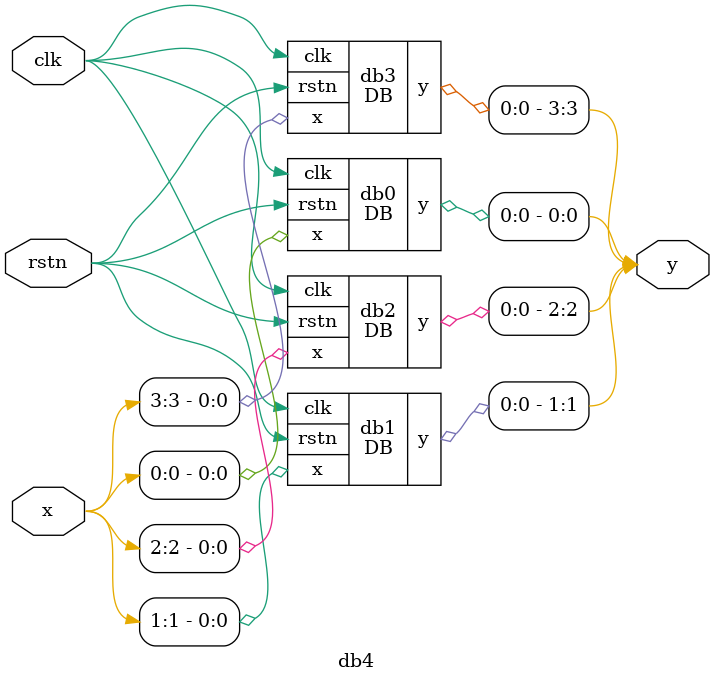
<source format=v>
`timescale 1ns / 1ps
module DB(
    input x,
    input clk,
    input rstn,
    output y
    );
    wire out1,out2,out;
    db db1(.out1(out1),.out2(out2),.out3(out),.but_in(x),.clk(clk),.rstn(rstn));
    _RSFF _RSFF(.Q(y),.R(out2),.S(out1),.CP(out));
endmodule

module db(
    input clk,
    input rstn,
    input but_in,
    output out1,
    output out2,
    output  out3
);
reg   delay0;
reg   delay1;
reg   delay2;

always @(posedge clk or negedge rstn)
    begin
        if(!rstn)
            begin
                delay0 <= 0;
                delay1 <= 0;
                delay2 <= 0;
            end
        else
            begin
                delay0 <= but_in;
                delay1 <= delay0;
                delay2 <= delay1;
            end
    end
 assign out1 = delay0&&delay1&delay2;
 assign out2 = ~(delay0&delay1&delay2);
 assign out3 = clk;
endmodule

module _RSFF#(parameter WIDTH = 1)(
    input R,
    input S,
    input CP,
    output reg [WIDTH-1:0] Q
);
always @(posedge CP)
    begin
        case ({R,S})
        2'b00 : Q <= Q;
        2'b01 : Q <= 1'b1;
        2'b10 : Q <= 1'b0;
        default ;
        endcase

    end

endmodule

module db4(
    input [3:0] x,
    input clk,
    input rstn,
    output [3:0] y
);

DB db0(.x(x[0]),.clk(clk),.rstn(rstn),.y(y[0]));
DB db1(.x(x[1]),.clk(clk),.rstn(rstn),.y(y[1]));
DB db2(.x(x[2]),.clk(clk),.rstn(rstn),.y(y[2]));
DB db3(.x(x[3]),.clk(clk),.rstn(rstn),.y(y[3]));
/*DB db4(.x(x[4]),.clk(clk),.rstn(rstn),.y(y[4]));
DB db5(.x(x[5]),.clk(clk),.rstn(rstn),.y(y[5]));
DB db6(.x(x[6]),.clk(clk),.rstn(rstn),.y(y[6]));
DB db7(.x(x[7]),.clk(clk),.rstn(rstn),.y(y[7]));
DB db8(.x(x[8]),.clk(clk),.rstn(rstn),.y(y[8]));
DB db9(.x(x[9]),.clk(clk),.rstn(rstn),.y(y[9]));
DB db10(.x(x[10]),.clk(clk),.rstn(rstn),.y(y[10]));
DB db11(.x(x[11]),.clk(clk),.rstn(rstn),.y(y[11]));
DB db12(.x(x[12]),.clk(clk),.rstn(rstn),.y(y[12]));
DB db13(.x(x[13]),.clk(clk),.rstn(rstn),.y(y[13]));
DB db14(.x(x[14]),.clk(clk),.rstn(rstn),.y(y[14]));
DB db15(.x(x[15]),.clk(clk),.rstn(rstn),.y(y[15]));
DB db16(.x(x[16]),.clk(clk),.rstn(rstn),.y(y[16]));
DB db17(.x(x[17]),.clk(clk),.rstn(rstn),.y(y[17]));
DB db18(.x(x[18]),.clk(clk),.rstn(rstn),.y(y[18]));
DB db19(.x(x[19]),.clk(clk),.rstn(rstn),.y(y[19]));*/

endmodule

</source>
